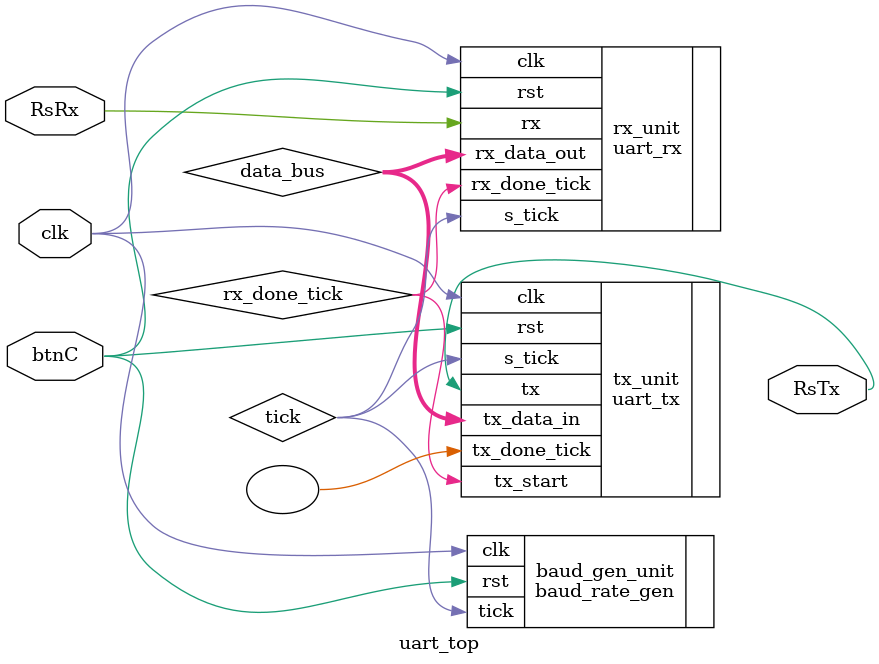
<source format=v>
module uart_top (
    input wire clk,           // Board Clock
    input wire btnC,          // Board Button (Reset)
    input wire RsRx,          // USB-UART Receive Pin
    output wire RsTx          // USB-UART Transmit Pin
);

    wire tick;                // Connection between Baud Gen and Tx/Rx
    wire rx_done_tick;        // Pulse when a byte is received
    wire [7:0] data_bus;      // The byte moving from Rx to Tx

    // 1. Baud Rate Generator
    baud_rate_gen baud_gen_unit (
        .clk(clk), .rst(btnC), .tick(tick)
    );

    // 2. Receiver
    uart_rx rx_unit (
        .clk(clk), .rst(btnC), .s_tick(tick), 
        .rx(RsRx), 
        .rx_done_tick(rx_done_tick), // When data is ready...
        .rx_data_out(data_bus)       // ...put it on the bus
    );

    // 3. Transmitter
    uart_tx tx_unit (
        .clk(clk), .rst(btnC), .s_tick(tick), 
        .tx_start(rx_done_tick),     // ...start sending immediately!
        .tx_data_in(data_bus),       // Send the same data back
        .tx_done_tick(),             // Unused
        .tx(RsTx)
    );

endmodule

</source>
